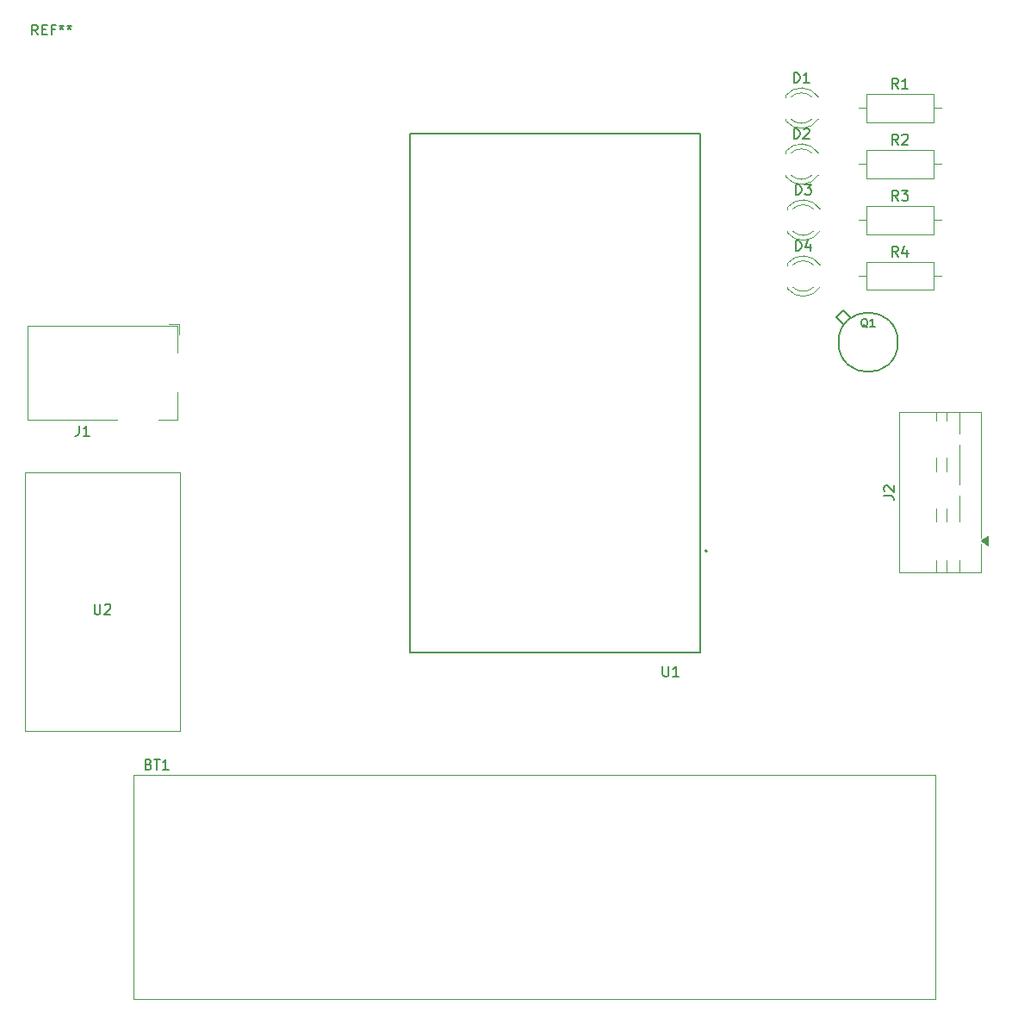
<source format=gbr>
%TF.GenerationSoftware,KiCad,Pcbnew,9.0.2*%
%TF.CreationDate,2025-07-17T14:14:17-05:00*%
%TF.ProjectId,PCB Leds,50434220-4c65-4647-932e-6b696361645f,rev?*%
%TF.SameCoordinates,Original*%
%TF.FileFunction,Legend,Top*%
%TF.FilePolarity,Positive*%
%FSLAX46Y46*%
G04 Gerber Fmt 4.6, Leading zero omitted, Abs format (unit mm)*
G04 Created by KiCad (PCBNEW 9.0.2) date 2025-07-17 14:14:17*
%MOMM*%
%LPD*%
G01*
G04 APERTURE LIST*
%ADD10C,0.150000*%
%ADD11C,0.120000*%
%ADD12C,0.127000*%
%ADD13C,0.200000*%
G04 APERTURE END LIST*
D10*
X126253333Y-41084819D02*
X125920000Y-40608628D01*
X125681905Y-41084819D02*
X125681905Y-40084819D01*
X125681905Y-40084819D02*
X126062857Y-40084819D01*
X126062857Y-40084819D02*
X126158095Y-40132438D01*
X126158095Y-40132438D02*
X126205714Y-40180057D01*
X126205714Y-40180057D02*
X126253333Y-40275295D01*
X126253333Y-40275295D02*
X126253333Y-40418152D01*
X126253333Y-40418152D02*
X126205714Y-40513390D01*
X126205714Y-40513390D02*
X126158095Y-40561009D01*
X126158095Y-40561009D02*
X126062857Y-40608628D01*
X126062857Y-40608628D02*
X125681905Y-40608628D01*
X126634286Y-40180057D02*
X126681905Y-40132438D01*
X126681905Y-40132438D02*
X126777143Y-40084819D01*
X126777143Y-40084819D02*
X127015238Y-40084819D01*
X127015238Y-40084819D02*
X127110476Y-40132438D01*
X127110476Y-40132438D02*
X127158095Y-40180057D01*
X127158095Y-40180057D02*
X127205714Y-40275295D01*
X127205714Y-40275295D02*
X127205714Y-40370533D01*
X127205714Y-40370533D02*
X127158095Y-40513390D01*
X127158095Y-40513390D02*
X126586667Y-41084819D01*
X126586667Y-41084819D02*
X127205714Y-41084819D01*
X126253333Y-46584819D02*
X125920000Y-46108628D01*
X125681905Y-46584819D02*
X125681905Y-45584819D01*
X125681905Y-45584819D02*
X126062857Y-45584819D01*
X126062857Y-45584819D02*
X126158095Y-45632438D01*
X126158095Y-45632438D02*
X126205714Y-45680057D01*
X126205714Y-45680057D02*
X126253333Y-45775295D01*
X126253333Y-45775295D02*
X126253333Y-45918152D01*
X126253333Y-45918152D02*
X126205714Y-46013390D01*
X126205714Y-46013390D02*
X126158095Y-46061009D01*
X126158095Y-46061009D02*
X126062857Y-46108628D01*
X126062857Y-46108628D02*
X125681905Y-46108628D01*
X126586667Y-45584819D02*
X127205714Y-45584819D01*
X127205714Y-45584819D02*
X126872381Y-45965771D01*
X126872381Y-45965771D02*
X127015238Y-45965771D01*
X127015238Y-45965771D02*
X127110476Y-46013390D01*
X127110476Y-46013390D02*
X127158095Y-46061009D01*
X127158095Y-46061009D02*
X127205714Y-46156247D01*
X127205714Y-46156247D02*
X127205714Y-46394342D01*
X127205714Y-46394342D02*
X127158095Y-46489580D01*
X127158095Y-46489580D02*
X127110476Y-46537200D01*
X127110476Y-46537200D02*
X127015238Y-46584819D01*
X127015238Y-46584819D02*
X126729524Y-46584819D01*
X126729524Y-46584819D02*
X126634286Y-46537200D01*
X126634286Y-46537200D02*
X126586667Y-46489580D01*
X45716666Y-68704819D02*
X45716666Y-69419104D01*
X45716666Y-69419104D02*
X45669047Y-69561961D01*
X45669047Y-69561961D02*
X45573809Y-69657200D01*
X45573809Y-69657200D02*
X45430952Y-69704819D01*
X45430952Y-69704819D02*
X45335714Y-69704819D01*
X46716666Y-69704819D02*
X46145238Y-69704819D01*
X46430952Y-69704819D02*
X46430952Y-68704819D01*
X46430952Y-68704819D02*
X46335714Y-68847676D01*
X46335714Y-68847676D02*
X46240476Y-68942914D01*
X46240476Y-68942914D02*
X46145238Y-68990533D01*
X116161905Y-51494819D02*
X116161905Y-50494819D01*
X116161905Y-50494819D02*
X116400000Y-50494819D01*
X116400000Y-50494819D02*
X116542857Y-50542438D01*
X116542857Y-50542438D02*
X116638095Y-50637676D01*
X116638095Y-50637676D02*
X116685714Y-50732914D01*
X116685714Y-50732914D02*
X116733333Y-50923390D01*
X116733333Y-50923390D02*
X116733333Y-51066247D01*
X116733333Y-51066247D02*
X116685714Y-51256723D01*
X116685714Y-51256723D02*
X116638095Y-51351961D01*
X116638095Y-51351961D02*
X116542857Y-51447200D01*
X116542857Y-51447200D02*
X116400000Y-51494819D01*
X116400000Y-51494819D02*
X116161905Y-51494819D01*
X117590476Y-50828152D02*
X117590476Y-51494819D01*
X117352381Y-50447200D02*
X117114286Y-51161485D01*
X117114286Y-51161485D02*
X117733333Y-51161485D01*
X41666666Y-30304819D02*
X41333333Y-29828628D01*
X41095238Y-30304819D02*
X41095238Y-29304819D01*
X41095238Y-29304819D02*
X41476190Y-29304819D01*
X41476190Y-29304819D02*
X41571428Y-29352438D01*
X41571428Y-29352438D02*
X41619047Y-29400057D01*
X41619047Y-29400057D02*
X41666666Y-29495295D01*
X41666666Y-29495295D02*
X41666666Y-29638152D01*
X41666666Y-29638152D02*
X41619047Y-29733390D01*
X41619047Y-29733390D02*
X41571428Y-29781009D01*
X41571428Y-29781009D02*
X41476190Y-29828628D01*
X41476190Y-29828628D02*
X41095238Y-29828628D01*
X42095238Y-29781009D02*
X42428571Y-29781009D01*
X42571428Y-30304819D02*
X42095238Y-30304819D01*
X42095238Y-30304819D02*
X42095238Y-29304819D01*
X42095238Y-29304819D02*
X42571428Y-29304819D01*
X43333333Y-29781009D02*
X43000000Y-29781009D01*
X43000000Y-30304819D02*
X43000000Y-29304819D01*
X43000000Y-29304819D02*
X43476190Y-29304819D01*
X44000000Y-29304819D02*
X44000000Y-29542914D01*
X43761905Y-29447676D02*
X44000000Y-29542914D01*
X44000000Y-29542914D02*
X44238095Y-29447676D01*
X43857143Y-29733390D02*
X44000000Y-29542914D01*
X44000000Y-29542914D02*
X44142857Y-29733390D01*
X44761905Y-29304819D02*
X44761905Y-29542914D01*
X44523810Y-29447676D02*
X44761905Y-29542914D01*
X44761905Y-29542914D02*
X45000000Y-29447676D01*
X44619048Y-29733390D02*
X44761905Y-29542914D01*
X44761905Y-29542914D02*
X44904762Y-29733390D01*
X115991905Y-40494819D02*
X115991905Y-39494819D01*
X115991905Y-39494819D02*
X116230000Y-39494819D01*
X116230000Y-39494819D02*
X116372857Y-39542438D01*
X116372857Y-39542438D02*
X116468095Y-39637676D01*
X116468095Y-39637676D02*
X116515714Y-39732914D01*
X116515714Y-39732914D02*
X116563333Y-39923390D01*
X116563333Y-39923390D02*
X116563333Y-40066247D01*
X116563333Y-40066247D02*
X116515714Y-40256723D01*
X116515714Y-40256723D02*
X116468095Y-40351961D01*
X116468095Y-40351961D02*
X116372857Y-40447200D01*
X116372857Y-40447200D02*
X116230000Y-40494819D01*
X116230000Y-40494819D02*
X115991905Y-40494819D01*
X116944286Y-39590057D02*
X116991905Y-39542438D01*
X116991905Y-39542438D02*
X117087143Y-39494819D01*
X117087143Y-39494819D02*
X117325238Y-39494819D01*
X117325238Y-39494819D02*
X117420476Y-39542438D01*
X117420476Y-39542438D02*
X117468095Y-39590057D01*
X117468095Y-39590057D02*
X117515714Y-39685295D01*
X117515714Y-39685295D02*
X117515714Y-39780533D01*
X117515714Y-39780533D02*
X117468095Y-39923390D01*
X117468095Y-39923390D02*
X116896667Y-40494819D01*
X116896667Y-40494819D02*
X117515714Y-40494819D01*
X126253333Y-52084819D02*
X125920000Y-51608628D01*
X125681905Y-52084819D02*
X125681905Y-51084819D01*
X125681905Y-51084819D02*
X126062857Y-51084819D01*
X126062857Y-51084819D02*
X126158095Y-51132438D01*
X126158095Y-51132438D02*
X126205714Y-51180057D01*
X126205714Y-51180057D02*
X126253333Y-51275295D01*
X126253333Y-51275295D02*
X126253333Y-51418152D01*
X126253333Y-51418152D02*
X126205714Y-51513390D01*
X126205714Y-51513390D02*
X126158095Y-51561009D01*
X126158095Y-51561009D02*
X126062857Y-51608628D01*
X126062857Y-51608628D02*
X125681905Y-51608628D01*
X127110476Y-51418152D02*
X127110476Y-52084819D01*
X126872381Y-51037200D02*
X126634286Y-51751485D01*
X126634286Y-51751485D02*
X127253333Y-51751485D01*
X52564285Y-101941009D02*
X52707142Y-101988628D01*
X52707142Y-101988628D02*
X52754761Y-102036247D01*
X52754761Y-102036247D02*
X52802380Y-102131485D01*
X52802380Y-102131485D02*
X52802380Y-102274342D01*
X52802380Y-102274342D02*
X52754761Y-102369580D01*
X52754761Y-102369580D02*
X52707142Y-102417200D01*
X52707142Y-102417200D02*
X52611904Y-102464819D01*
X52611904Y-102464819D02*
X52230952Y-102464819D01*
X52230952Y-102464819D02*
X52230952Y-101464819D01*
X52230952Y-101464819D02*
X52564285Y-101464819D01*
X52564285Y-101464819D02*
X52659523Y-101512438D01*
X52659523Y-101512438D02*
X52707142Y-101560057D01*
X52707142Y-101560057D02*
X52754761Y-101655295D01*
X52754761Y-101655295D02*
X52754761Y-101750533D01*
X52754761Y-101750533D02*
X52707142Y-101845771D01*
X52707142Y-101845771D02*
X52659523Y-101893390D01*
X52659523Y-101893390D02*
X52564285Y-101941009D01*
X52564285Y-101941009D02*
X52230952Y-101941009D01*
X53088095Y-101464819D02*
X53659523Y-101464819D01*
X53373809Y-102464819D02*
X53373809Y-101464819D01*
X54516666Y-102464819D02*
X53945238Y-102464819D01*
X54230952Y-102464819D02*
X54230952Y-101464819D01*
X54230952Y-101464819D02*
X54135714Y-101607676D01*
X54135714Y-101607676D02*
X54040476Y-101702914D01*
X54040476Y-101702914D02*
X53945238Y-101750533D01*
X115991905Y-34994819D02*
X115991905Y-33994819D01*
X115991905Y-33994819D02*
X116230000Y-33994819D01*
X116230000Y-33994819D02*
X116372857Y-34042438D01*
X116372857Y-34042438D02*
X116468095Y-34137676D01*
X116468095Y-34137676D02*
X116515714Y-34232914D01*
X116515714Y-34232914D02*
X116563333Y-34423390D01*
X116563333Y-34423390D02*
X116563333Y-34566247D01*
X116563333Y-34566247D02*
X116515714Y-34756723D01*
X116515714Y-34756723D02*
X116468095Y-34851961D01*
X116468095Y-34851961D02*
X116372857Y-34947200D01*
X116372857Y-34947200D02*
X116230000Y-34994819D01*
X116230000Y-34994819D02*
X115991905Y-34994819D01*
X117515714Y-34994819D02*
X116944286Y-34994819D01*
X117230000Y-34994819D02*
X117230000Y-33994819D01*
X117230000Y-33994819D02*
X117134762Y-34137676D01*
X117134762Y-34137676D02*
X117039524Y-34232914D01*
X117039524Y-34232914D02*
X116944286Y-34280533D01*
X116161905Y-45994819D02*
X116161905Y-44994819D01*
X116161905Y-44994819D02*
X116400000Y-44994819D01*
X116400000Y-44994819D02*
X116542857Y-45042438D01*
X116542857Y-45042438D02*
X116638095Y-45137676D01*
X116638095Y-45137676D02*
X116685714Y-45232914D01*
X116685714Y-45232914D02*
X116733333Y-45423390D01*
X116733333Y-45423390D02*
X116733333Y-45566247D01*
X116733333Y-45566247D02*
X116685714Y-45756723D01*
X116685714Y-45756723D02*
X116638095Y-45851961D01*
X116638095Y-45851961D02*
X116542857Y-45947200D01*
X116542857Y-45947200D02*
X116400000Y-45994819D01*
X116400000Y-45994819D02*
X116161905Y-45994819D01*
X117066667Y-44994819D02*
X117685714Y-44994819D01*
X117685714Y-44994819D02*
X117352381Y-45375771D01*
X117352381Y-45375771D02*
X117495238Y-45375771D01*
X117495238Y-45375771D02*
X117590476Y-45423390D01*
X117590476Y-45423390D02*
X117638095Y-45471009D01*
X117638095Y-45471009D02*
X117685714Y-45566247D01*
X117685714Y-45566247D02*
X117685714Y-45804342D01*
X117685714Y-45804342D02*
X117638095Y-45899580D01*
X117638095Y-45899580D02*
X117590476Y-45947200D01*
X117590476Y-45947200D02*
X117495238Y-45994819D01*
X117495238Y-45994819D02*
X117209524Y-45994819D01*
X117209524Y-45994819D02*
X117114286Y-45947200D01*
X117114286Y-45947200D02*
X117066667Y-45899580D01*
X103093095Y-92314819D02*
X103093095Y-93124342D01*
X103093095Y-93124342D02*
X103140714Y-93219580D01*
X103140714Y-93219580D02*
X103188333Y-93267200D01*
X103188333Y-93267200D02*
X103283571Y-93314819D01*
X103283571Y-93314819D02*
X103474047Y-93314819D01*
X103474047Y-93314819D02*
X103569285Y-93267200D01*
X103569285Y-93267200D02*
X103616904Y-93219580D01*
X103616904Y-93219580D02*
X103664523Y-93124342D01*
X103664523Y-93124342D02*
X103664523Y-92314819D01*
X104664523Y-93314819D02*
X104093095Y-93314819D01*
X104378809Y-93314819D02*
X104378809Y-92314819D01*
X104378809Y-92314819D02*
X104283571Y-92457676D01*
X104283571Y-92457676D02*
X104188333Y-92552914D01*
X104188333Y-92552914D02*
X104093095Y-92600533D01*
X124834819Y-75583333D02*
X125549104Y-75583333D01*
X125549104Y-75583333D02*
X125691961Y-75630952D01*
X125691961Y-75630952D02*
X125787200Y-75726190D01*
X125787200Y-75726190D02*
X125834819Y-75869047D01*
X125834819Y-75869047D02*
X125834819Y-75964285D01*
X124930057Y-75154761D02*
X124882438Y-75107142D01*
X124882438Y-75107142D02*
X124834819Y-75011904D01*
X124834819Y-75011904D02*
X124834819Y-74773809D01*
X124834819Y-74773809D02*
X124882438Y-74678571D01*
X124882438Y-74678571D02*
X124930057Y-74630952D01*
X124930057Y-74630952D02*
X125025295Y-74583333D01*
X125025295Y-74583333D02*
X125120533Y-74583333D01*
X125120533Y-74583333D02*
X125263390Y-74630952D01*
X125263390Y-74630952D02*
X125834819Y-75202380D01*
X125834819Y-75202380D02*
X125834819Y-74583333D01*
X47238095Y-86224819D02*
X47238095Y-87034342D01*
X47238095Y-87034342D02*
X47285714Y-87129580D01*
X47285714Y-87129580D02*
X47333333Y-87177200D01*
X47333333Y-87177200D02*
X47428571Y-87224819D01*
X47428571Y-87224819D02*
X47619047Y-87224819D01*
X47619047Y-87224819D02*
X47714285Y-87177200D01*
X47714285Y-87177200D02*
X47761904Y-87129580D01*
X47761904Y-87129580D02*
X47809523Y-87034342D01*
X47809523Y-87034342D02*
X47809523Y-86224819D01*
X48238095Y-86320057D02*
X48285714Y-86272438D01*
X48285714Y-86272438D02*
X48380952Y-86224819D01*
X48380952Y-86224819D02*
X48619047Y-86224819D01*
X48619047Y-86224819D02*
X48714285Y-86272438D01*
X48714285Y-86272438D02*
X48761904Y-86320057D01*
X48761904Y-86320057D02*
X48809523Y-86415295D01*
X48809523Y-86415295D02*
X48809523Y-86510533D01*
X48809523Y-86510533D02*
X48761904Y-86653390D01*
X48761904Y-86653390D02*
X48190476Y-87224819D01*
X48190476Y-87224819D02*
X48809523Y-87224819D01*
X126253333Y-35584819D02*
X125920000Y-35108628D01*
X125681905Y-35584819D02*
X125681905Y-34584819D01*
X125681905Y-34584819D02*
X126062857Y-34584819D01*
X126062857Y-34584819D02*
X126158095Y-34632438D01*
X126158095Y-34632438D02*
X126205714Y-34680057D01*
X126205714Y-34680057D02*
X126253333Y-34775295D01*
X126253333Y-34775295D02*
X126253333Y-34918152D01*
X126253333Y-34918152D02*
X126205714Y-35013390D01*
X126205714Y-35013390D02*
X126158095Y-35061009D01*
X126158095Y-35061009D02*
X126062857Y-35108628D01*
X126062857Y-35108628D02*
X125681905Y-35108628D01*
X127205714Y-35584819D02*
X126634286Y-35584819D01*
X126920000Y-35584819D02*
X126920000Y-34584819D01*
X126920000Y-34584819D02*
X126824762Y-34727676D01*
X126824762Y-34727676D02*
X126729524Y-34822914D01*
X126729524Y-34822914D02*
X126634286Y-34870533D01*
X123219859Y-59051535D02*
X123143669Y-59013440D01*
X123143669Y-59013440D02*
X123067478Y-58937250D01*
X123067478Y-58937250D02*
X122953192Y-58822964D01*
X122953192Y-58822964D02*
X122877002Y-58784869D01*
X122877002Y-58784869D02*
X122800811Y-58784869D01*
X122838907Y-58975345D02*
X122762716Y-58937250D01*
X122762716Y-58937250D02*
X122686526Y-58861059D01*
X122686526Y-58861059D02*
X122648430Y-58708678D01*
X122648430Y-58708678D02*
X122648430Y-58442011D01*
X122648430Y-58442011D02*
X122686526Y-58289630D01*
X122686526Y-58289630D02*
X122762716Y-58213440D01*
X122762716Y-58213440D02*
X122838907Y-58175345D01*
X122838907Y-58175345D02*
X122991288Y-58175345D01*
X122991288Y-58175345D02*
X123067478Y-58213440D01*
X123067478Y-58213440D02*
X123143669Y-58289630D01*
X123143669Y-58289630D02*
X123181764Y-58442011D01*
X123181764Y-58442011D02*
X123181764Y-58708678D01*
X123181764Y-58708678D02*
X123143669Y-58861059D01*
X123143669Y-58861059D02*
X123067478Y-58937250D01*
X123067478Y-58937250D02*
X122991288Y-58975345D01*
X122991288Y-58975345D02*
X122838907Y-58975345D01*
X123943668Y-58975345D02*
X123486525Y-58975345D01*
X123715097Y-58975345D02*
X123715097Y-58175345D01*
X123715097Y-58175345D02*
X123638906Y-58289630D01*
X123638906Y-58289630D02*
X123562716Y-58365821D01*
X123562716Y-58365821D02*
X123486525Y-58403916D01*
D11*
%TO.C,R2*%
X122380000Y-43000000D02*
X123150000Y-43000000D01*
X130460000Y-43000000D02*
X129690000Y-43000000D01*
X123150000Y-41630000D02*
X129690000Y-41630000D01*
X129690000Y-44370000D01*
X123150000Y-44370000D01*
X123150000Y-41630000D01*
%TO.C,R3*%
X122380000Y-48500000D02*
X123150000Y-48500000D01*
X130460000Y-48500000D02*
X129690000Y-48500000D01*
X123150000Y-47130000D02*
X129690000Y-47130000D01*
X129690000Y-49870000D01*
X123150000Y-49870000D01*
X123150000Y-47130000D01*
%TO.C,J1*%
X40700000Y-58900000D02*
X55400000Y-58900000D01*
X40700000Y-68100000D02*
X40700000Y-58900000D01*
X49500000Y-68100000D02*
X40700000Y-68100000D01*
X54550000Y-58700000D02*
X55600000Y-58700000D01*
X55400000Y-58900000D02*
X55400000Y-61500000D01*
X55400000Y-65400000D02*
X55400000Y-68100000D01*
X55400000Y-68100000D02*
X53500000Y-68100000D01*
X55600000Y-59750000D02*
X55600000Y-58700000D01*
%TO.C,D4*%
X115340000Y-52764000D02*
X115340000Y-52920000D01*
X115340000Y-55080000D02*
X115340000Y-55236000D01*
X115340000Y-52764484D02*
G75*
G02*
X118571437Y-52920000I1560000J-1235516D01*
G01*
X115859039Y-52920000D02*
G75*
G02*
X117940961Y-52920000I1040961J-1080000D01*
G01*
X117940961Y-55080000D02*
G75*
G02*
X115859039Y-55080000I-1040961J1080000D01*
G01*
X118571437Y-55080000D02*
G75*
G02*
X115340000Y-55235516I-1671437J1080000D01*
G01*
%TO.C,D2*%
X115170000Y-41764000D02*
X115170000Y-41920000D01*
X115170000Y-44080000D02*
X115170000Y-44236000D01*
X115170000Y-41764484D02*
G75*
G02*
X118401437Y-41920000I1560000J-1235516D01*
G01*
X115689039Y-41920000D02*
G75*
G02*
X117770961Y-41920000I1040961J-1080000D01*
G01*
X117770961Y-44080000D02*
G75*
G02*
X115689039Y-44080000I-1040961J1080000D01*
G01*
X118401437Y-44080000D02*
G75*
G02*
X115170000Y-44235516I-1671437J1080000D01*
G01*
%TO.C,R4*%
X122380000Y-54000000D02*
X123150000Y-54000000D01*
X130460000Y-54000000D02*
X129690000Y-54000000D01*
X123150000Y-52630000D02*
X129690000Y-52630000D01*
X129690000Y-55370000D01*
X123150000Y-55370000D01*
X123150000Y-52630000D01*
%TO.C,BT1*%
X51090000Y-102990000D02*
X51090000Y-125010000D01*
X51090000Y-102990000D02*
X129910000Y-102990000D01*
X51090000Y-125010000D02*
X129910000Y-125010000D01*
X129910000Y-102990000D02*
X129910000Y-125010000D01*
%TO.C,D1*%
X115170000Y-36264000D02*
X115170000Y-36420000D01*
X115170000Y-38580000D02*
X115170000Y-38736000D01*
X115170000Y-36264484D02*
G75*
G02*
X118401437Y-36420000I1560000J-1235516D01*
G01*
X115689039Y-36420000D02*
G75*
G02*
X117770961Y-36420000I1040961J-1080000D01*
G01*
X117770961Y-38580000D02*
G75*
G02*
X115689039Y-38580000I-1040961J1080000D01*
G01*
X118401437Y-38580000D02*
G75*
G02*
X115170000Y-38735516I-1671437J1080000D01*
G01*
%TO.C,D3*%
X115340000Y-47264000D02*
X115340000Y-47420000D01*
X115340000Y-49580000D02*
X115340000Y-49736000D01*
X115340000Y-47264484D02*
G75*
G02*
X118571437Y-47420000I1560000J-1235516D01*
G01*
X115859039Y-47420000D02*
G75*
G02*
X117940961Y-47420000I1040961J-1080000D01*
G01*
X117940961Y-49580000D02*
G75*
G02*
X115859039Y-49580000I-1040961J1080000D01*
G01*
X118571437Y-49580000D02*
G75*
G02*
X115340000Y-49735516I-1671437J1080000D01*
G01*
D12*
%TO.C,U1*%
X78270000Y-40025000D02*
X106780000Y-40025000D01*
X78270000Y-90975000D02*
X78270000Y-40025000D01*
X78270000Y-90975000D02*
X78270000Y-40025000D01*
X83720000Y-40025000D02*
X78270000Y-40025000D01*
X89000000Y-90975000D02*
X78270000Y-90975000D01*
X95711000Y-90975000D02*
X89000000Y-90975000D01*
X101410000Y-40025000D02*
X83720000Y-40025000D01*
X106780000Y-40025000D02*
X101410000Y-40025000D01*
X106780000Y-40025000D02*
X106780000Y-90975000D01*
X106780000Y-40025000D02*
X106780000Y-90975000D01*
X106780000Y-90975000D02*
X78270000Y-90975000D01*
X106780000Y-90975000D02*
X95711000Y-90975000D01*
D13*
X107450000Y-81015000D02*
G75*
G02*
X107250000Y-81015000I-100000J0D01*
G01*
X107250000Y-81015000D02*
G75*
G02*
X107450000Y-81015000I100000J0D01*
G01*
D11*
%TO.C,J2*%
X126380000Y-67380000D02*
X134420000Y-67380000D01*
X126380000Y-83120000D02*
X126380000Y-67380000D01*
X126380000Y-83120000D02*
X134420000Y-83120000D01*
X130000000Y-68188000D02*
X130000000Y-67380000D01*
X130000000Y-73188000D02*
X130000000Y-71812000D01*
X130000000Y-78120000D02*
X130000000Y-76812000D01*
X130000000Y-83120000D02*
X130000000Y-81880000D01*
X131000000Y-68188000D02*
X131000000Y-67380000D01*
X131000000Y-73188000D02*
X131000000Y-71812000D01*
X131000000Y-78120000D02*
X131000000Y-76812000D01*
X131000000Y-83120000D02*
X131000000Y-81880000D01*
X132300000Y-69457000D02*
X132300000Y-67380000D01*
X132300000Y-74457000D02*
X132300000Y-70543000D01*
X132300000Y-78120000D02*
X132300000Y-75543000D01*
X132300000Y-83120000D02*
X132300000Y-81880000D01*
X134420000Y-79700000D02*
X134420000Y-67380000D01*
X134420000Y-83120000D02*
X134420000Y-80300000D01*
X135030000Y-80440000D02*
X134420000Y-80000000D01*
X135030000Y-79560000D01*
X135030000Y-80440000D01*
G36*
X135030000Y-80440000D02*
G01*
X134420000Y-80000000D01*
X135030000Y-79560000D01*
X135030000Y-80440000D01*
G37*
%TO.C,U2*%
X40380000Y-73300000D02*
X55620000Y-73300000D01*
X55620000Y-98700000D01*
X40380000Y-98700000D01*
X40380000Y-73300000D01*
%TO.C,R1*%
X122380000Y-37500000D02*
X123150000Y-37500000D01*
X130460000Y-37500000D02*
X129690000Y-37500000D01*
X123150000Y-36130000D02*
X129690000Y-36130000D01*
X129690000Y-38870000D01*
X123150000Y-38870000D01*
X123150000Y-36130000D01*
D12*
%TO.C,Q1*%
X120152960Y-58075330D02*
X120871380Y-57356910D01*
X120152960Y-58075330D02*
X120902850Y-58825220D01*
X120871380Y-57356910D02*
X121621270Y-58106800D01*
X126217050Y-60500000D02*
G75*
G02*
X120375050Y-60500000I-2921000J0D01*
G01*
X120375050Y-60500000D02*
G75*
G02*
X126217050Y-60500000I2921000J0D01*
G01*
%TD*%
M02*

</source>
